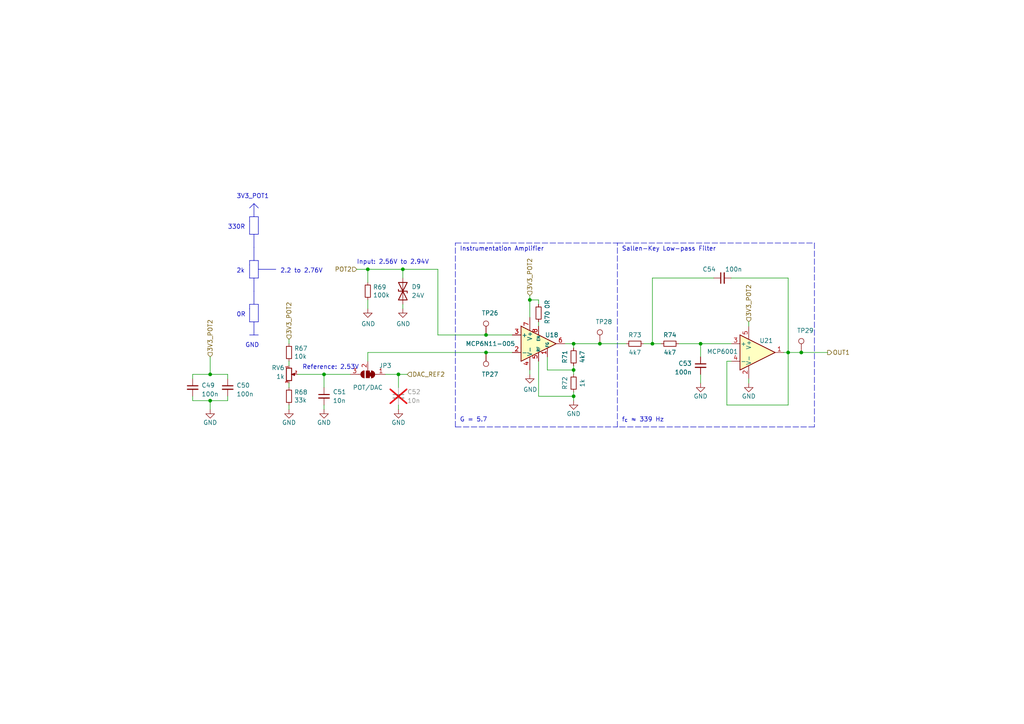
<source format=kicad_sch>
(kicad_sch (version 20230121) (generator eeschema)
  (paper "A4")
  (lib_symbols
    (symbol "Amplifier_Operational:MCP6001-OT" (pin_names (offset 0.127))
      (property "Reference" "U" (at -1.27 6.35 0))
      (property "Value" "MCP6001-OT" (at -1.27 3.81 0))
      (symbol "MCP6001-OT_0_1"
        (polyline (pts (xy -5.08 5.08) (xy 5.08 0) (xy -5.08 -5.08) (xy -5.08 5.08)) (stroke (width 0.254)) (fill (type background)))
        (pin power_in line (at -2.54 -7.62 90) (length 3.81) (name "V-") (number "2"))
        (pin power_in line (at -2.54 7.62 270) (length 3.81) (name "V+") (number "5"))
      )
      (symbol "MCP6001-OT_1_1"
        (pin output line (at 7.62 0 180) (length 2.54) (name "~") (number "1"))
        (pin input line (at -7.62 2.54 0) (length 2.54) (name "+") (number "3"))
        (pin input line (at -7.62 -2.54 0) (length 2.54) (name "-") (number "4"))
      )
    )
    (symbol "Connector:TestPoint" (pin_numbers hide) (pin_names (offset 0.762) hide)
      (property "Reference" "TP" (at 0 6.858 0))
      (property "Value" "TestPoint" (at 0 5.08 0))
      (symbol "TestPoint_0_1"
        (circle (center 0 3.302) (radius 0.762))
      )
      (symbol "TestPoint_1_1"
        (pin passive line (at 0 0 90) (length 2.54) (name "1") (number "1"))
      )
    )
    (symbol "Device:C_Small" (pin_numbers hide) (pin_names (offset 0.254) hide)
      (property "Reference" "C" (at 0.254 1.778 0))
      (property "Value" "C_Small" (at 0.254 -2.032 0))
      (symbol "C_Small_0_1"
        (polyline (pts (xy -1.524 -0.508) (xy 1.524 -0.508)) (stroke (width 0.3302)))
        (polyline (pts (xy -1.524 0.508) (xy 1.524 0.508)) (stroke (width 0.3048)))
      )
      (symbol "C_Small_1_1"
        (pin passive line (at 0 2.54 270) (length 2.032) (name "~") (number "1"))
        (pin passive line (at 0 -2.54 90) (length 2.032) (name "~") (number "2"))
      )
    )
    (symbol "Device:D_TVS" (pin_numbers hide) (pin_names (offset 1.016) hide)
      (property "Reference" "D" (at 0 2.54 0))
      (property "Value" "D_TVS" (at 0 -2.54 0))
      (symbol "D_TVS_0_1"
        (polyline (pts (xy 1.27 0) (xy -1.27 0)))
        (polyline (pts (xy 0.508 1.27) (xy 0 1.27) (xy 0 -1.27) (xy -0.508 -1.27)) (stroke (width 0.254)))
        (polyline (pts (xy -2.54 1.27) (xy -2.54 -1.27) (xy 2.54 1.27) (xy 2.54 -1.27) (xy -2.54 1.27)) (stroke (width 0.254)))
      )
      (symbol "D_TVS_1_1"
        (pin passive line (at -3.81 0 0) (length 2.54) (name "A1") (number "1"))
        (pin passive line (at 3.81 0 180) (length 2.54) (name "A2") (number "2"))
      )
    )
    (symbol "Device:R_Potentiometer_Small" (pin_names (offset 1.016) hide)
      (property "Reference" "RV" (at -4.445 0 90))
      (property "Value" "R_Potentiometer_Small" (at -2.54 0 90))
      (symbol "R_Potentiometer_Small_0_1"
        (polyline (pts (xy 0.889 0) (xy 0.635 0) (xy 1.651 0.381) (xy 1.651 -0.381) (xy 0.635 0) (xy 0.889 0)) (fill (type outline)))
        (rectangle (start 0.762 1.8034) (end -0.762 -1.8034) (stroke (width 0.254)))
      )
      (symbol "R_Potentiometer_Small_1_1"
        (pin passive line (at 0 2.54 270) (length 0.635) (name "1") (number "1"))
        (pin passive line (at 2.54 0 180) (length 0.9906) (name "2") (number "2"))
        (pin passive line (at 0 -2.54 90) (length 0.635) (name "3") (number "3"))
      )
    )
    (symbol "Device:R_Small" (pin_numbers hide) (pin_names (offset 0.254) hide)
      (property "Reference" "R" (at 0.762 0.508 0))
      (property "Value" "R_Small" (at 0.762 -1.016 0))
      (symbol "R_Small_0_1"
        (rectangle (start -0.762 1.778) (end 0.762 -1.778) (stroke (width 0.2032)))
      )
      (symbol "R_Small_1_1"
        (pin passive line (at 0 2.54 270) (length 0.762) (name "~") (number "1"))
        (pin passive line (at 0 -2.54 90) (length 0.762) (name "~") (number "2"))
      )
    )
    (symbol "Jumper:SolderJumper_3_Bridged12" (pin_names (offset 0) hide)
      (property "Reference" "JP" (at -2.54 -2.54 0))
      (property "Value" "SolderJumper_3_Bridged12" (at 0 2.794 0))
      (symbol "SolderJumper_3_Bridged12_0_1"
        (rectangle (start -1.016 0.508) (end -0.508 -0.508) (fill (type outline)))
        (arc (start -1.016 1.016) (mid -2.0276 0) (end -1.016 -1.016))
        (arc (start -1.016 1.016) (mid -2.0276 0) (end -1.016 -1.016) (fill (type outline)))
        (rectangle (start -0.508 1.016) (end 0.508 -1.016) (fill (type outline)))
        (polyline (pts (xy -2.54 0) (xy -2.032 0)))
        (polyline (pts (xy -1.016 1.016) (xy -1.016 -1.016)))
        (polyline (pts (xy 0 -1.27) (xy 0 -1.016)))
        (polyline (pts (xy 1.016 1.016) (xy 1.016 -1.016)))
        (polyline (pts (xy 2.54 0) (xy 2.032 0)))
        (arc (start 1.016 -1.016) (mid 2.0276 0) (end 1.016 1.016))
        (arc (start 1.016 -1.016) (mid 2.0276 0) (end 1.016 1.016) (fill (type outline)))
      )
      (symbol "SolderJumper_3_Bridged12_1_1"
        (pin passive line (at -5.08 0 0) (length 2.54) (name "A") (number "1"))
        (pin passive line (at 0 -3.81 90) (length 2.54) (name "C") (number "2"))
        (pin passive line (at 5.08 0 180) (length 2.54) (name "B") (number "3"))
      )
    )
    (symbol "MCP6N11:MCP6N11" (pin_names (offset 0.127))
      (property "Reference" "U" (at 3.81 6.35 0))
      (property "Value" "MCP6N11-xE" (at 3.81 3.81 0))
      (symbol "MCP6N11_0_1"
        (polyline (pts (xy -5.08 5.08) (xy 5.08 0) (xy -5.08 -5.08) (xy -5.08 5.08)) (stroke (width 0.254)) (fill (type background)))
      )
      (symbol "MCP6N11_1_1"
        (pin passive line (at 2.54 -3.81 90) (length 2.54) (name "FG") (number "1"))
        (pin input line (at -7.62 -2.54 0) (length 2.54) (name "-") (number "2"))
        (pin input line (at -7.62 2.54 0) (length 2.54) (name "+") (number "3"))
        (pin power_in line (at -2.54 -7.62 90) (length 3.81) (name "V-") (number "4"))
        (pin passive line (at 0 -5.08 90) (length 2.54) (name "RF") (number "5"))
        (pin output line (at 7.62 0 180) (length 2.54) (name "~") (number "6"))
        (pin power_in line (at -2.54 7.62 270) (length 3.81) (name "V+") (number "7"))
        (pin input line (at 0 5.08 270) (length 2.54) (name "EN") (number "8"))
        (pin passive line (at -2.54 -7.62 90) (length 3.81) hide (name "EP") (number "9"))
      )
    )
    (symbol "power:GND" (power) (pin_names (offset 0))
      (property "Value" "GND" (at 0 -3.81 0))
      (symbol "GND_0_1"
        (polyline (pts (xy 0 0) (xy 0 -1.27) (xy 1.27 -1.27) (xy 0 -2.54) (xy -1.27 -1.27) (xy 0 -1.27)))
      )
      (symbol "GND_1_1"
        (pin power_in line (at 0 0 270) (length 0) hide (name "GND") (number "1"))
      )
    )
  )
  (junction (at 153.67 86.995))
  (junction (at 166.37 107.315))
  (junction (at 166.37 99.695))
  (junction (at 116.84 78.105))
  (junction (at 93.98 108.585))
  (junction (at 203.2 99.695))
  (junction (at 115.57 108.585))
  (junction (at 106.68 78.105))
  (junction (at 60.96 108.585))
  (junction (at 189.23 99.695))
  (junction (at 232.41 102.235))
  (junction (at 140.97 97.155))
  (junction (at 228.6 102.235))
  (junction (at 173.99 99.695))
  (junction (at 140.97 102.235))
  (junction (at 60.96 116.205))
  (junction (at 166.37 114.935))
  (polyline (pts (xy 72.39 62.865) (xy 72.39 64.135)))
  (polyline (pts (xy 132.08 123.825) (xy 179.07 123.825)) (stroke (width 0) (type dash)))
  (polyline (pts (xy 236.22 123.825) (xy 179.07 123.825)) (stroke (width 0) (type dash)))
  (wire (pts (xy 228.6 117.475) (xy 228.6 102.235)))
  (polyline (pts (xy 72.39 76.835) (xy 72.39 80.645)))
  (wire (pts (xy 203.2 99.695) (xy 203.2 103.505)))
  (wire (pts (xy 55.88 114.935) (xy 55.88 116.205)))
  (polyline (pts (xy 74.93 62.865) (xy 72.39 62.865)))
  (wire (pts (xy 217.17 93.345) (xy 217.17 94.615)))
  (wire (pts (xy 153.67 108.585) (xy 153.67 107.315)))
  (wire (pts (xy 153.67 86.995) (xy 156.21 86.995)))
  (polyline (pts (xy 73.66 80.645) (xy 73.66 84.455)))
  (wire (pts (xy 158.75 103.505) (xy 158.75 107.315)))
  (polyline (pts (xy 73.66 59.055) (xy 74.93 60.325)))
  (wire (pts (xy 228.6 80.645) (xy 228.6 102.235)))
  (wire (pts (xy 66.04 116.205) (xy 60.96 116.205)))
  (wire (pts (xy 83.82 98.425) (xy 83.82 99.695)))
  (wire (pts (xy 103.505 78.105) (xy 106.68 78.105)))
  (wire (pts (xy 210.82 117.475) (xy 228.6 117.475)))
  (wire (pts (xy 106.68 81.915) (xy 106.68 78.105)))
  (polyline (pts (xy 74.93 67.945) (xy 74.93 62.865)))
  (wire (pts (xy 156.21 104.775) (xy 156.21 114.935)))
  (wire (pts (xy 60.96 108.585) (xy 60.96 103.505)))
  (wire (pts (xy 189.23 80.645) (xy 207.01 80.645)))
  (wire (pts (xy 166.37 99.695) (xy 173.99 99.695)))
  (wire (pts (xy 66.04 114.935) (xy 66.04 116.205)))
  (polyline (pts (xy 179.07 123.825) (xy 179.07 70.485)) (stroke (width 0) (type dash)))
  (polyline (pts (xy 73.66 59.055) (xy 73.66 62.865)))
  (polyline (pts (xy 73.66 71.755) (xy 73.66 75.565)))
  (wire (pts (xy 106.68 89.535) (xy 106.68 86.995)))
  (wire (pts (xy 55.88 116.205) (xy 60.96 116.205)))
  (wire (pts (xy 83.82 111.125) (xy 83.82 112.395)))
  (polyline (pts (xy 74.93 93.345) (xy 74.93 88.265)))
  (wire (pts (xy 228.6 102.235) (xy 232.41 102.235)))
  (wire (pts (xy 153.67 86.995) (xy 153.67 92.075)))
  (wire (pts (xy 166.37 106.045) (xy 166.37 107.315)))
  (wire (pts (xy 212.09 80.645) (xy 228.6 80.645)))
  (wire (pts (xy 166.37 99.695) (xy 166.37 100.965)))
  (wire (pts (xy 55.88 108.585) (xy 60.96 108.585)))
  (wire (pts (xy 156.21 114.935) (xy 166.37 114.935)))
  (wire (pts (xy 153.67 85.725) (xy 153.67 86.995)))
  (wire (pts (xy 93.98 108.585) (xy 101.6 108.585)))
  (wire (pts (xy 106.68 78.105) (xy 116.84 78.105)))
  (polyline (pts (xy 72.39 80.645) (xy 74.93 80.645)))
  (wire (pts (xy 106.68 104.775) (xy 106.68 102.235)))
  (wire (pts (xy 210.82 104.775) (xy 210.82 117.475)))
  (wire (pts (xy 189.23 99.695) (xy 191.77 99.695)))
  (wire (pts (xy 83.82 104.775) (xy 83.82 106.045)))
  (wire (pts (xy 163.83 99.695) (xy 166.37 99.695)))
  (wire (pts (xy 189.23 80.645) (xy 189.23 99.695)))
  (wire (pts (xy 116.84 78.105) (xy 127 78.105)))
  (wire (pts (xy 203.2 99.695) (xy 212.09 99.695)))
  (wire (pts (xy 60.96 118.745) (xy 60.96 116.205)))
  (wire (pts (xy 55.88 108.585) (xy 55.88 109.855)))
  (wire (pts (xy 127 78.105) (xy 127 97.155)))
  (wire (pts (xy 173.99 99.695) (xy 181.61 99.695)))
  (wire (pts (xy 140.97 97.155) (xy 148.59 97.155)))
  (polyline (pts (xy 74.93 78.105) (xy 80.01 78.105)))
  (wire (pts (xy 106.68 102.235) (xy 140.97 102.235)))
  (wire (pts (xy 86.36 108.585) (xy 93.98 108.585)))
  (wire (pts (xy 166.37 114.935) (xy 166.37 116.205)))
  (wire (pts (xy 166.37 113.665) (xy 166.37 114.935)))
  (polyline (pts (xy 72.39 88.265) (xy 72.39 89.535)))
  (polyline (pts (xy 72.39 93.345) (xy 74.93 93.345)))
  (polyline (pts (xy 72.39 60.325) (xy 73.66 59.055)))
  (wire (pts (xy 93.98 108.585) (xy 93.98 112.395)))
  (wire (pts (xy 186.69 99.695) (xy 189.23 99.695)))
  (wire (pts (xy 212.09 104.775) (xy 210.82 104.775)))
  (wire (pts (xy 217.17 111.125) (xy 217.17 109.855)))
  (wire (pts (xy 83.82 117.475) (xy 83.82 118.745)))
  (wire (pts (xy 115.57 108.585) (xy 115.57 112.395)))
  (wire (pts (xy 115.57 108.585) (xy 111.76 108.585)))
  (wire (pts (xy 127 97.155) (xy 140.97 97.155)))
  (wire (pts (xy 196.85 99.695) (xy 203.2 99.695)))
  (wire (pts (xy 156.21 93.345) (xy 156.21 94.615)))
  (wire (pts (xy 116.84 89.535) (xy 116.84 88.265)))
  (wire (pts (xy 116.84 80.645) (xy 116.84 78.105)))
  (polyline (pts (xy 74.93 75.565) (xy 72.39 75.565)))
  (wire (pts (xy 66.04 109.855) (xy 66.04 108.585)))
  (wire (pts (xy 166.37 107.315) (xy 166.37 108.585)))
  (polyline (pts (xy 73.66 67.945) (xy 73.66 71.755)))
  (polyline (pts (xy 72.39 64.135) (xy 72.39 67.945)))
  (polyline (pts (xy 236.22 70.485) (xy 236.22 123.825)) (stroke (width 0) (type dash)))
  (wire (pts (xy 140.97 102.235) (xy 148.59 102.235)))
  (polyline (pts (xy 72.39 89.535) (xy 72.39 93.345)))
  (polyline (pts (xy 72.39 67.945) (xy 74.93 67.945)))
  (wire (pts (xy 203.2 108.585) (xy 203.2 111.125)))
  (polyline (pts (xy 72.39 75.565) (xy 72.39 76.835)))
  (wire (pts (xy 93.98 117.475) (xy 93.98 118.745)))
  (polyline (pts (xy 132.08 70.485) (xy 179.07 70.485)) (stroke (width 0) (type dash)))
  (wire (pts (xy 156.21 86.995) (xy 156.21 88.265)))
  (polyline (pts (xy 73.66 93.345) (xy 73.66 97.155)))
  (wire (pts (xy 115.57 108.585) (xy 118.11 108.585)))
  (wire (pts (xy 232.41 102.235) (xy 240.03 102.235)))
  (polyline (pts (xy 72.39 97.155) (xy 74.93 97.155)))
  (polyline (pts (xy 73.66 84.455) (xy 73.66 88.265)))
  (polyline (pts (xy 179.07 70.485) (xy 236.22 70.485)) (stroke (width 0) (type dash)))
  (polyline (pts (xy 74.93 80.645) (xy 74.93 75.565)))
  (polyline (pts (xy 74.93 88.265) (xy 72.39 88.265)))
  (wire (pts (xy 228.6 102.235) (xy 227.33 102.235)))
  (wire (pts (xy 115.57 117.475) (xy 115.57 118.745)))
  (wire (pts (xy 158.75 107.315) (xy 166.37 107.315)))
  (polyline (pts (xy 132.08 123.825) (xy 132.08 70.485)) (stroke (width 0) (type dash)))
  (wire (pts (xy 66.04 108.585) (xy 60.96 108.585)))
  (text "330R" (at 66.04 66.675 0) (effects (font (size 1.27 1.27)) (justify left bottom)))
  (text "Instrumentation Amplifier" (at 133.35 73.025 0) (effects (font (size 1.27 1.27)) (justify left bottom)))
  (text "Input: 2.56V to 2.94V" (at 124.46 76.835 0) (effects (font (size 1.27 1.27)) (justify right bottom)))
  (text "0R" (at 68.58 92.075 0) (effects (font (size 1.27 1.27)) (justify left bottom)))
  (text "2k" (at 68.58 79.375 0) (effects (font (size 1.27 1.27)) (justify left bottom)))
  (text "Sallen-Key Low-pass Filter" (at 180.34 73.025 0) (effects (font (size 1.27 1.27)) (justify left bottom)))
  (text "2.2 to 2.76V" (at 81.28 79.375 0) (effects (font (size 1.27 1.27)) (justify left bottom)))
  (text "Reference: 2.53V" (at 104.14 107.315 0) (effects (font (size 1.27 1.27)) (justify right bottom)))
  (text "f_{c} ≈ 339 Hz" (at 180.34 122.555 0) (effects (font (size 1.27 1.27)) (justify left bottom)))
  (text "G = 5.7" (at 133.35 122.555 0) (effects (font (size 1.27 1.27)) (justify left bottom)))
  (text "3V3_POT1" (at 68.58 57.785 0) (effects (font (size 1.27 1.27)) (justify left bottom)))
  (text "GND" (at 71.12 100.965 0) (effects (font (size 1.27 1.27)) (justify left bottom)))
  (hierarchical_label "DAC_REF2" (shape input) (at 118.11 108.585 0))
  (hierarchical_label "OUT1" (shape output) (at 240.03 102.235 0))
  (hierarchical_label "3V3_POT2" (shape input) (at 60.96 103.505 90))
  (hierarchical_label "3V3_POT2" (shape input) (at 217.17 93.345 90))
  (hierarchical_label "POT2" (shape input) (at 103.505 78.105 180))
  (hierarchical_label "3V3_POT2" (shape input) (at 83.82 98.425 90))
  (hierarchical_label "3V3_POT2" (shape input) (at 153.67 85.725 90))
  (symbol (lib_id "Connector:TestPoint") (at 173.99 99.695 0) (unit 1)
    (property "Reference" "TP28" (at 172.72 93.345 0) (effects (justify left)))
    (property "Value" "APPS_MID" (effects hide))
    (property "Footprint" "TestPoint:TestPoint_Pad_D1.0mm" (effects hide))
    (instances (project "PUTM_EV_Frontbox_2023" (path "" (reference "TP28") (unit 1)) (path "" (reference "TP32") (unit 1))) (project "apps" (path "" (reference "TP5") (unit 1))))
  )
  (symbol (lib_id "Device:R_Small") (at 83.82 114.935 0) (unit 1)
    (property "Reference" "R68" (at 85.3186 113.7666 0) (effects (justify left)))
    (property "Value" "33k" (at 85.3186 116.078 0) (effects (justify left)))
    (property "Footprint" "Resistor_SMD:R_0603_1608Metric_Pad0.98x0.95mm_HandSolder" (effects hide))
    (instances (project "PUTM_EV_Frontbox_2023" (path "" (reference "R68") (unit 1)) (path "" (reference "R78") (unit 1))) (project "apps" (path "" (reference "R8") (unit 1))))
  )
  (symbol (lib_id "Device:R_Small") (at 156.21 90.805 180) (unit 1)
    (property "Reference" "R70" (at 158.75 92.075 90))
    (property "Value" "0R" (at 158.75 88.265 90))
    (property "Footprint" "Resistor_SMD:R_0603_1608Metric_Pad0.98x0.95mm_HandSolder" (effects hide))
    (instances (project "PUTM_EV_Frontbox_2023" (path "" (reference "R70") (unit 1)) (path "" (reference "R91") (unit 1))) (project "apps" (path "" (reference "R13") (unit 1))))
  )
  (symbol (lib_id "Device:R_Small") (at 166.37 103.505 180) (unit 1)
    (property "Reference" "R71" (at 163.83 103.505 90))
    (property "Value" "4k7" (at 168.91 103.505 90))
    (property "Footprint" "Resistor_SMD:R_0603_1608Metric_Pad0.98x0.95mm_HandSolder" (effects hide))
    (instances (project "PUTM_EV_Frontbox_2023" (path "" (reference "R71") (unit 1)) (path "" (reference "R92") (unit 1))) (project "apps" (path "" (reference "R15") (unit 1))))
  )
  (symbol (lib_id "power:GND") (at 203.2 111.125 0) (unit 1)
    (property "Reference" "#PWR0124" (effects hide))
    (property "Value" "GND" (at 203.2 114.935 0))
    (instances (project "PUTM_EV_Frontbox_2023" (path "" (reference "#PWR0124") (unit 1)) (path "" (reference "#PWR0162") (unit 1))) (project "apps" (path "" (reference "#PWR026") (unit 1))))
  )
  (symbol (lib_id "Device:R_Small") (at 184.15 99.695 90) (unit 1)
    (property "Reference" "R73" (at 184.15 97.155 90))
    (property "Value" "4k7" (at 184.15 102.235 90))
    (property "Footprint" "Resistor_SMD:R_0603_1608Metric_Pad0.98x0.95mm_HandSolder" (effects hide))
    (instances (project "PUTM_EV_Frontbox_2023" (path "" (reference "R73") (unit 1)) (path "" (reference "R94") (unit 1))) (project "apps" (path "" (reference "R19") (unit 1))))
  )
  (symbol (lib_id "power:GND") (at 166.37 116.205 0) (unit 1)
    (property "Reference" "#PWR0123" (effects hide))
    (property "Value" "GND" (at 166.37 120.015 0))
    (instances (project "PUTM_EV_Frontbox_2023" (path "" (reference "#PWR0123") (unit 1)) (path "" (reference "#PWR0161") (unit 1))) (project "apps" (path "" (reference "#PWR024") (unit 1))))
  )
  (symbol (lib_id "Connector:TestPoint") (at 140.97 97.155 0) (unit 1)
    (property "Reference" "TP26" (at 139.7 90.805 0) (effects (justify left)))
    (property "Value" "APPS_P" (effects hide))
    (property "Footprint" "TestPoint:TestPoint_Pad_D1.0mm" (effects hide))
    (instances (project "PUTM_EV_Frontbox_2023" (path "" (reference "TP26") (unit 1)) (path "" (reference "TP30") (unit 1))) (project "apps" (path "" (reference "TP1") (unit 1))))
  )
  (symbol (lib_id "power:GND") (at 60.96 118.745 0) (unit 1)
    (property "Reference" "#PWR0105" (effects hide))
    (property "Value" "GND" (at 60.96 122.555 0))
    (instances (project "PUTM_EV_Frontbox_2023" (path "" (reference "#PWR0105") (unit 1)) (path "" (reference "#PWR0127") (unit 1))) (project "apps" (path "" (reference "#PWR010") (unit 1))))
  )
  (symbol (lib_id "Device:C_Small") (at 55.88 112.395 0) (unit 1)
    (property "Reference" "C49" (at 58.42 111.7663 0) (effects (justify left)))
    (property "Value" "100n" (at 58.42 114.3063 0) (effects (justify left)))
    (property "Footprint" "Capacitor_SMD:C_0603_1608Metric_Pad1.08x0.95mm_HandSolder" (effects hide))
    (instances (project "PUTM_EV_Frontbox_2023" (path "" (reference "C49") (unit 1)) (path "" (reference "C55") (unit 1))) (project "apps" (path "" (reference "C9") (unit 1))))
  )
  (symbol (lib_id "Device:C_Small") (at 209.55 80.645 90) (unit 1)
    (property "Reference" "C54" (at 207.6513 78.105 90) (effects (justify left)))
    (property "Value" "100n" (at 215.2713 78.105 90) (effects (justify left)))
    (property "Footprint" "Capacitor_SMD:C_0603_1608Metric_Pad1.08x0.95mm_HandSolder" (effects hide))
    (instances (project "PUTM_EV_Frontbox_2023" (path "" (reference "C54") (unit 1)) (path "" (reference "C60") (unit 1))) (project "apps" (path "" (reference "C19") (unit 1))))
  )
  (symbol (lib_id "Device:R_Small") (at 194.31 99.695 90) (unit 1)
    (property "Reference" "R74" (at 194.31 97.155 90))
    (property "Value" "4k7" (at 194.31 102.235 90))
    (property "Footprint" "Resistor_SMD:R_0603_1608Metric_Pad0.98x0.95mm_HandSolder" (effects hide))
    (instances (project "PUTM_EV_Frontbox_2023" (path "" (reference "R74") (unit 1)) (path "" (reference "R95") (unit 1))) (project "apps" (path "" (reference "R21") (unit 1))))
  )
  (symbol (lib_id "Device:R_Small") (at 106.68 84.455 0) (unit 1)
    (property "Reference" "R69" (at 108.1786 83.2866 0) (effects (justify left)))
    (property "Value" "100k" (at 108.1786 85.598 0) (effects (justify left)))
    (property "Footprint" "Resistor_SMD:R_0603_1608Metric_Pad0.98x0.95mm_HandSolder" (effects hide))
    (instances (project "PUTM_EV_Frontbox_2023" (path "" (reference "R69") (unit 1)) (path "" (reference "R90") (unit 1))) (project "apps" (path "" (reference "R11") (unit 1))))
  )
  (symbol (lib_id "Connector:TestPoint") (at 232.41 102.235 0) (unit 1)
    (property "Reference" "TP29" (at 231.14 95.885 0) (effects (justify left)))
    (property "Value" "APPS_OUT" (effects hide))
    (property "Footprint" "TestPoint:TestPoint_Pad_D1.0mm" (effects hide))
    (instances (project "PUTM_EV_Frontbox_2023" (path "" (reference "TP29") (unit 1)) (path "" (reference "TP33") (unit 1))) (project "apps" (path "" (reference "TP7") (unit 1))))
  )
  (symbol (lib_id "Jumper:SolderJumper_3_Bridged12") (at 106.68 108.585 180) (unit 1)
    (property "Reference" "JP3" (at 111.76 106.045 0))
    (property "Value" "POT/DAC" (at 106.68 112.395 0))
    (property "Footprint" "Jumper:SolderJumper-3_P1.3mm_Bridged12_RoundedPad1.0x1.5mm" (effects hide))
    (instances (project "PUTM_EV_Frontbox_2023" (path "" (reference "JP3") (unit 1)) (path "" (reference "JP4") (unit 1))) (project "apps" (path "" (reference "JP1") (unit 1))))
  )
  (symbol (lib_id "power:GND") (at 106.68 89.535 0) (unit 1)
    (property "Reference" "#PWR0118" (effects hide))
    (property "Value" "GND" (at 106.807 93.9292 0))
    (instances (project "PUTM_EV_Frontbox_2023" (path "" (reference "#PWR0118") (unit 1)) (path "" (reference "#PWR0145") (unit 1))) (project "apps" (path "" (reference "#PWR016") (unit 1))))
  )
  (symbol (lib_id "power:GND") (at 153.67 108.585 0) (unit 1)
    (property "Reference" "#PWR0122" (effects hide))
    (property "Value" "GND" (at 153.797 112.9792 0))
    (instances (project "PUTM_EV_Frontbox_2023" (path "" (reference "#PWR0122") (unit 1)) (path "" (reference "#PWR0160") (unit 1))) (project "apps" (path "" (reference "#PWR022") (unit 1))))
  )
  (symbol (lib_id "Device:C_Small") (at 115.57 114.935 0) (unit 1) (dnp yes)
    (property "Reference" "C52" (at 118.11 113.665 0) (effects (justify left)))
    (property "Value" "10n" (at 118.11 116.205 0) (effects (justify left)))
    (property "Footprint" "Capacitor_SMD:C_0603_1608Metric_Pad1.08x0.95mm_HandSolder" (effects hide))
    (instances (project "PUTM_EV_Frontbox_2023" (path "" (reference "C52") (unit 1)) (path "" (reference "C58") (unit 1))) (project "apps" (path "" (reference "C15") (unit 1))))
  )
  (symbol (lib_id "Device:C_Small") (at 66.04 112.395 0) (unit 1)
    (property "Reference" "C50" (at 68.58 111.7663 0) (effects (justify left)))
    (property "Value" "100n" (at 68.58 114.3063 0) (effects (justify left)))
    (property "Footprint" "Capacitor_SMD:C_0603_1608Metric_Pad1.08x0.95mm_HandSolder" (effects hide))
    (instances (project "PUTM_EV_Frontbox_2023" (path "" (reference "C50") (unit 1)) (path "" (reference "C56") (unit 1))) (project "apps" (path "" (reference "C11") (unit 1))))
  )
  (symbol (lib_id "Device:R_Small") (at 83.82 102.235 0) (unit 1)
    (property "Reference" "R67" (at 85.3186 101.0666 0) (effects (justify left)))
    (property "Value" "10k" (at 85.3186 103.378 0) (effects (justify left)))
    (property "Footprint" "Resistor_SMD:R_0603_1608Metric_Pad0.98x0.95mm_HandSolder" (effects hide))
    (instances (project "PUTM_EV_Frontbox_2023" (path "" (reference "R67") (unit 1)) (path "" (reference "R75") (unit 1))) (project "apps" (path "" (reference "R7") (unit 1))))
  )
  (symbol (lib_id "Device:C_Small") (at 93.98 114.935 0) (unit 1)
    (property "Reference" "C51" (at 96.52 113.665 0) (effects (justify left)))
    (property "Value" "10n" (at 96.52 116.205 0) (effects (justify left)))
    (property "Footprint" "Capacitor_SMD:C_0603_1608Metric_Pad1.08x0.95mm_HandSolder" (effects hide))
    (instances (project "PUTM_EV_Frontbox_2023" (path "" (reference "C51") (unit 1)) (path "" (reference "C57") (unit 1))) (project "apps" (path "" (reference "C13") (unit 1))))
  )
  (symbol (lib_id "power:GND") (at 115.57 118.745 0) (unit 1)
    (property "Reference" "#PWR0119" (effects hide))
    (property "Value" "GND" (at 115.57 122.555 0))
    (instances (project "PUTM_EV_Frontbox_2023" (path "" (reference "#PWR0119") (unit 1)) (path "" (reference "#PWR0158") (unit 1))) (project "apps" (path "" (reference "#PWR018") (unit 1))))
  )
  (symbol (lib_id "power:GND") (at 93.98 118.745 0) (unit 1)
    (property "Reference" "#PWR0117" (effects hide))
    (property "Value" "GND" (at 93.98 122.555 0))
    (instances (project "PUTM_EV_Frontbox_2023" (path "" (reference "#PWR0117") (unit 1)) (path "" (reference "#PWR0144") (unit 1))) (project "apps" (path "" (reference "#PWR014") (unit 1))))
  )
  (symbol (lib_id "Device:R_Small") (at 166.37 111.125 180) (unit 1)
    (property "Reference" "R72" (at 163.83 111.125 90))
    (property "Value" "1k" (at 168.91 111.125 90))
    (property "Footprint" "Resistor_SMD:R_0603_1608Metric_Pad0.98x0.95mm_HandSolder" (effects hide))
    (instances (project "PUTM_EV_Frontbox_2023" (path "" (reference "R72") (unit 1)) (path "" (reference "R93") (unit 1))) (project "apps" (path "" (reference "R16") (unit 1))))
  )
  (symbol (lib_id "power:GND") (at 83.82 118.745 0) (unit 1)
    (property "Reference" "#PWR0116" (effects hide))
    (property "Value" "GND" (at 83.82 122.555 0))
    (instances (project "PUTM_EV_Frontbox_2023" (path "" (reference "#PWR0116") (unit 1)) (path "" (reference "#PWR0137") (unit 1))) (project "apps" (path "" (reference "#PWR012") (unit 1))))
  )
  (symbol (lib_id "Device:C_Small") (at 203.2 106.045 0) (mirror y) (unit 1)
    (property "Reference" "C53" (at 200.66 105.4163 0) (effects (justify left)))
    (property "Value" "100n" (at 200.66 107.9563 0) (effects (justify left)))
    (property "Footprint" "Capacitor_SMD:C_0603_1608Metric_Pad1.08x0.95mm_HandSolder" (effects hide))
    (instances (project "PUTM_EV_Frontbox_2023" (path "" (reference "C53") (unit 1)) (path "" (reference "C59") (unit 1))) (project "apps" (path "" (reference "C17") (unit 1))))
  )
  (symbol (lib_id "Connector:TestPoint") (at 140.97 102.235 180) (unit 1)
    (property "Reference" "TP27" (at 139.7 108.585 0) (effects (justify right)))
    (property "Value" "APPS_N" (effects hide))
    (property "Footprint" "TestPoint:TestPoint_Pad_D1.0mm" (effects hide))
    (instances (project "PUTM_EV_Frontbox_2023" (path "" (reference "TP27") (unit 1)) (path "" (reference "TP31") (unit 1))) (project "apps" (path "" (reference "TP2") (unit 1))))
  )
  (symbol (lib_id "power:GND") (at 116.84 89.535 0) (unit 1)
    (property "Reference" "#PWR0121" (effects hide))
    (property "Value" "GND" (at 116.967 93.9292 0))
    (instances (project "PUTM_EV_Frontbox_2023" (path "" (reference "#PWR0121") (unit 1)) (path "" (reference "#PWR0159") (unit 1))) (project "apps" (path "" (reference "#PWR020") (unit 1))))
  )
  (symbol (lib_id "power:GND") (at 217.17 111.125 0) (unit 1)
    (property "Reference" "#PWR0125" (effects hide))
    (property "Value" "GND" (at 217.17 114.935 0))
    (instances (project "PUTM_EV_Frontbox_2023" (path "" (reference "#PWR0125") (unit 1)) (path "" (reference "#PWR0163") (unit 1))) (project "apps" (path "" (reference "#PWR028") (unit 1))))
  )
  (symbol (lib_id "Amplifier_Operational:MCP6001-OT") (at 219.71 102.235 0) (unit 1)
    (property "Reference" "U21" (at 222.25 98.8061 0))
    (property "Value" "MCP6001" (at 209.55 101.965 0))
    (property "Footprint" "Package_TO_SOT_SMD:SOT-23-5" (effects hide))
    (property "Datasheet" "https://ww1.microchip.com/downloads/en/DeviceDoc/MCP6001-1R-1U-2-4-1-MHz-Low-Power-Op-Amp-DS20001733L.pdf" (effects hide))
    (instances (project "PUTM_EV_Frontbox_2023" (path "" (reference "U21") (unit 1)) (path "" (reference "U23") (unit 1))) (project "apps" (path "" (reference "U4") (unit 1))))
  )
  (symbol (lib_id "Device:D_TVS") (at 116.84 84.455 90) (unit 1)
    (property "Reference" "D9" (at 119.38 83.185 90) (effects (justify right)))
    (property "Value" "24V" (at 119.38 85.725 90) (effects (justify right)))
    (property "Footprint" "Diode_SMD:D_0603_1608Metric_Pad1.05x0.95mm_HandSolder" (effects hide))
    (instances (project "PUTM_EV_Frontbox_2023" (path "" (reference "D9") (unit 1)) (path "" (reference "D10") (unit 1))) (project "apps" (path "" (reference "D5") (unit 1))))
  )
  (symbol (lib_id "MCP6N11:MCP6N11") (at 156.21 99.695 0) (unit 1)
    (property "Reference" "U18" (at 160.02 97.155 0))
    (property "Value" "MCP6N11-005\n" (at 142.24 99.695 0))
    (property "Footprint" "Package_DFN_QFN:TDFN-8-1EP_3x2mm_P0.5mm_EP1.3x1.4mm" (effects hide))
    (property "Datasheet" "https://ww1.microchip.com/downloads/en/DeviceDoc/25073A.pdf" (effects hide))
    (instances (project "PUTM_EV_Frontbox_2023" (path "" (reference "U18") (unit 1)) (path "" (reference "U22") (unit 1))) (project "apps" (path "" (reference "U2") (unit 1))))
  )
  (symbol (lib_id "Device:R_Potentiometer_Small") (at 83.82 108.585 0) (unit 1)
    (property "Reference" "RV6" (at 82.55 106.68 0) (effects (justify right)))
    (property "Value" "1k" (at 82.55 109.22 0) (effects (justify right)))
    (property "Footprint" "Potentiometer_SMD:Potentiometer_Bourns_3214J_Horizontal" (effects hide))
    (instances (project "PUTM_EV_Frontbox_2023" (path "" (reference "RV6") (unit 1)) (path "" (reference "RV7") (unit 1))) (project "apps" (path "" (reference "RV1") (unit 1))))
  )
)
</source>
